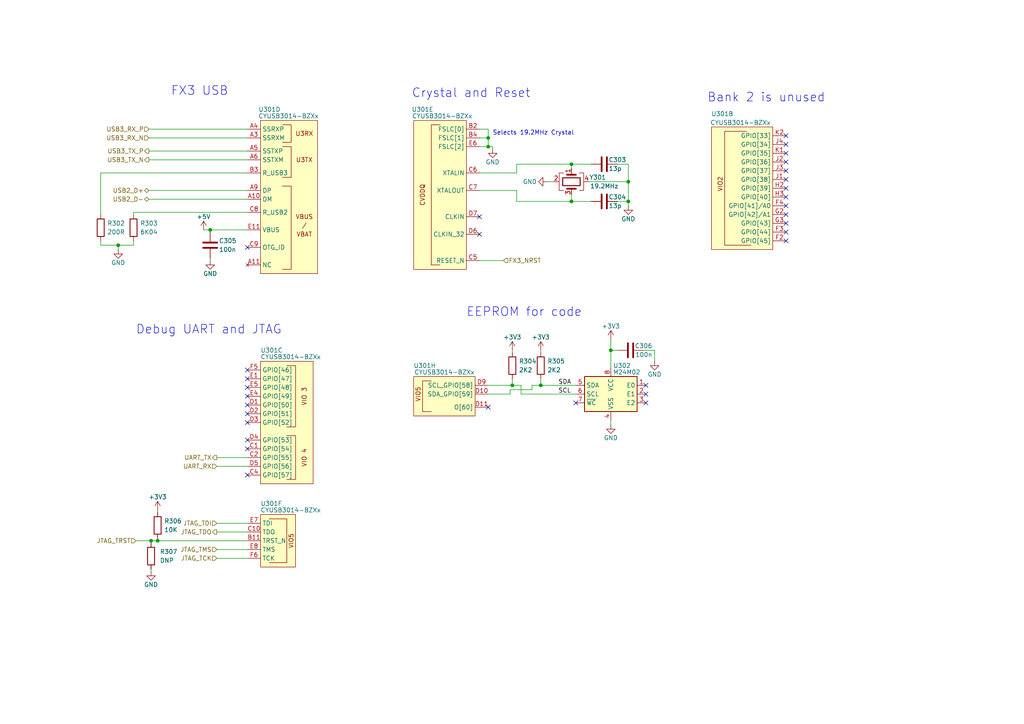
<source format=kicad_sch>
(kicad_sch (version 20211123) (generator eeschema)
  (paper "A4")
  (title_block (title "Voyager Logic") (date "2022-11-26") (rev "0.1") (company "Josh Johnson"))
  (lib_symbols
    (symbol "Device:C" (pin_numbers hide) (pin_names (offset 0.254))
      (property "Reference" "C" (at 0.635 2.54 0))
      (property "Value" "C" (at 0.635 -2.54 0))
      (symbol "C_0_1"
        (polyline (pts (xy -2.032 -0.762) (xy 2.032 -0.762)) (stroke (width 0.508)))
        (polyline (pts (xy -2.032 0.762) (xy 2.032 0.762)) (stroke (width 0.508)))
      )
      (symbol "C_1_1"
        (pin passive line (at 0 3.81 270) (length 2.794) (name "~") (number "1"))
        (pin passive line (at 0 -3.81 90) (length 2.794) (name "~") (number "2"))
      )
    )
    (symbol "Device:Crystal_GND24" (pin_names (offset 1.016) hide)
      (property "Reference" "Y" (at 3.175 5.08 0))
      (property "Value" "Crystal_GND24" (at 3.175 3.175 0))
      (symbol "Crystal_GND24_0_1"
        (rectangle (start -1.143 2.54) (end 1.143 -2.54) (stroke (width 0.3048)))
        (polyline (pts (xy -2.54 0) (xy -2.032 0)))
        (polyline (pts (xy -2.032 -1.27) (xy -2.032 1.27)) (stroke (width 0.508)))
        (polyline (pts (xy 0 -3.81) (xy 0 -3.556)))
        (polyline (pts (xy 0 3.556) (xy 0 3.81)))
        (polyline (pts (xy 2.032 -1.27) (xy 2.032 1.27)) (stroke (width 0.508)))
        (polyline (pts (xy 2.032 0) (xy 2.54 0)))
        (polyline (pts (xy -2.54 -2.286) (xy -2.54 -3.556) (xy 2.54 -3.556) (xy 2.54 -2.286)))
        (polyline (pts (xy -2.54 2.286) (xy -2.54 3.556) (xy 2.54 3.556) (xy 2.54 2.286)))
      )
      (symbol "Crystal_GND24_1_1"
        (pin passive line (at -3.81 0 0) (length 1.27) (name "1") (number "1"))
        (pin passive line (at 0 5.08 270) (length 1.27) (name "2") (number "2"))
        (pin passive line (at 3.81 0 180) (length 1.27) (name "3") (number "3"))
        (pin passive line (at 0 -5.08 90) (length 1.27) (name "4") (number "4"))
      )
    )
    (symbol "Device:R" (pin_numbers hide) (pin_names (offset 0))
      (property "Reference" "R" (at 2.032 0 90))
      (property "Value" "R" (at 0 0 90))
      (symbol "R_0_1"
        (rectangle (start -1.016 -2.54) (end 1.016 2.54) (stroke (width 0.254)))
      )
      (symbol "R_1_1"
        (pin passive line (at 0 3.81 270) (length 1.27) (name "~") (number "1"))
        (pin passive line (at 0 -3.81 90) (length 1.27) (name "~") (number "2"))
      )
    )
    (symbol "Memory_EEPROM:M24C02-RMN"
      (property "Reference" "U" (at -6.35 6.35 0))
      (property "Value" "M24C02-RMN" (at 7.62 6.35 0))
      (symbol "M24C02-RMN_0_1"
        (rectangle (start -7.62 5.08) (end 7.62 -5.08) (stroke (width 0.254)) (fill (type background)))
      )
      (symbol "M24C02-RMN_1_1"
        (pin input line (at -10.16 2.54 0) (length 2.54) (name "E0") (number "1"))
        (pin input line (at -10.16 0 0) (length 2.54) (name "E1") (number "2"))
        (pin input line (at -10.16 -2.54 0) (length 2.54) (name "E2") (number "3"))
        (pin power_in line (at 0 -7.62 90) (length 2.54) (name "VSS") (number "4"))
        (pin bidirectional line (at 10.16 2.54 180) (length 2.54) (name "SDA") (number "5"))
        (pin input line (at 10.16 0 180) (length 2.54) (name "SCL") (number "6"))
        (pin input line (at 10.16 -2.54 180) (length 2.54) (name "~{WC}") (number "7"))
        (pin power_in line (at 0 7.62 270) (length 2.54) (name "VCC") (number "8"))
      )
    )
    (symbol "josh-ic:CYUSB3014-BZXx"
      (property "Reference" "U" (at -5.08 30.48 0))
      (property "Value" "CYUSB3014-BZXx" (at -5.08 27.94 0))
      (symbol "CYUSB3014-BZXx_1_0"
        (polyline (pts (xy 3.81 25.4) (xy -1.27 25.4) (xy -1.27 -13.97) (xy -1.27 -62.23) (xy 3.81 -62.23)))
      )
      (symbol "CYUSB3014-BZXx_1_1"
        (rectangle (start 10.16 26.67) (end -5.08 -63.5) (fill (type background)))
        (text "VIO1" (at -2.54 -16.51 900) (effects (font (size 1.27 1.27))))
        (pin bidirectional line (at 13.97 24.13 180) (length 3.81) (name "GPIO[0]") (number "F10"))
        (pin bidirectional line (at 13.97 19.05 180) (length 3.81) (name "GPIO[2]") (number "F7"))
        (pin bidirectional line (at 13.97 11.43 180) (length 3.81) (name "GPIO[5]") (number "F8"))
        (pin bidirectional line (at 13.97 21.59 180) (length 3.81) (name "GPIO[1]") (number "F9"))
        (pin bidirectional line (at 13.97 16.51 180) (length 3.81) (name "GPIO[3]") (number "G10"))
        (pin bidirectional line (at 13.97 -52.07 180) (length 3.81) (name "GPIO[30]") (number "G4"))
        (pin bidirectional line (at 13.97 -39.37 180) (length 3.81) (name "GPIO[25]") (number "G5"))
        (pin bidirectional line (at 13.97 -31.75 180) (length 3.81) (name "GPIO[22]") (number "G6"))
        (pin bidirectional line (at 13.97 -29.21 180) (length 3.81) (name "GPIO[21]") (number "G7"))
        (pin bidirectional line (at 13.97 -13.97 180) (length 3.81) (name "GPIO[15]") (number "G8"))
        (pin bidirectional line (at 13.97 13.97 180) (length 3.81) (name "GPIO[4]") (number "G9"))
        (pin bidirectional line (at 13.97 8.89 180) (length 3.81) (name "GPIO[6]") (number "H10"))
        (pin bidirectional line (at 13.97 -54.61 180) (length 3.81) (name "GPIO[31]") (number "H4"))
        (pin bidirectional line (at 13.97 -49.53 180) (length 3.81) (name "GPIO[29]") (number "H5"))
        (pin bidirectional line (at 13.97 -41.91 180) (length 3.81) (name "GPIO[26]") (number "H6"))
        (pin bidirectional line (at 13.97 -26.67 180) (length 3.81) (name "GPIO[20]") (number "H7"))
        (pin bidirectional line (at 13.97 -36.83 180) (length 3.81) (name "GPIO[24]") (number "H8"))
        (pin bidirectional line (at 13.97 6.35 180) (length 3.81) (name "GPIO[7]") (number "H9"))
        (pin bidirectional line (at 13.97 3.81 180) (length 3.81) (name "GPIO[8]") (number "J10"))
        (pin bidirectional line (at 13.97 -46.99 180) (length 3.81) (name "GPIO[28]") (number "J5"))
        (pin bidirectional line (at 13.97 -16.51 180) (length 3.81) (name "GPIO[16]") (number "J6"))
        (pin bidirectional line (at 13.97 -24.13 180) (length 3.81) (name "GPIO[19]") (number "J7"))
        (pin bidirectional line (at 13.97 -11.43 180) (length 3.81) (name "GPIO[14]") (number "J8"))
        (pin bidirectional line (at 13.97 1.27 180) (length 3.81) (name "GPIO[9]") (number "J9"))
        (pin bidirectional line (at 13.97 -6.35 180) (length 3.81) (name "GPIO[12]") (number "K10"))
        (pin bidirectional line (at 13.97 -1.27 180) (length 3.81) (name "GPIO[10]") (number "K11"))
        (pin bidirectional line (at 13.97 -44.45 180) (length 3.81) (name "GPIO[27]") (number "K5"))
        (pin bidirectional line (at 13.97 -34.29 180) (length 3.81) (name "GPIO[23]") (number "K6"))
        (pin bidirectional line (at 13.97 -21.59 180) (length 3.81) (name "GPIO[18]") (number "K7"))
        (pin bidirectional line (at 13.97 -19.05 180) (length 3.81) (name "GPIO[17]") (number "K8"))
        (pin bidirectional line (at 13.97 -8.89 180) (length 3.81) (name "GPIO[13]") (number "K9"))
        (pin bidirectional line (at 13.97 -3.81 180) (length 3.81) (name "GPIO[11]") (number "L10"))
        (pin bidirectional line (at 13.97 -57.15 180) (length 3.81) (name "GPIO[32]") (number "L4"))
        (pin bidirectional line (at 13.97 -60.96 180) (length 3.81) (name "INT_N") (number "L8"))
      )
      (symbol "CYUSB3014-BZXx_2_1"
        (polyline (pts (xy 5.08 25.4) (xy -1.27 25.4) (xy -1.27 -7.62) (xy 6.35 -7.62)))
        (rectangle (start 12.7 26.67) (end -5.08 -8.89) (fill (type background)))
        (text "VIO2" (at -2.54 10.16 900) (effects (font (size 1.27 1.27))))
        (pin bidirectional line (at 16.51 -6.35 180) (length 3.81) (name "GPIO[45]") (number "F2"))
        (pin bidirectional line (at 16.51 -3.81 180) (length 3.81) (name "GPIO[44]") (number "F3"))
        (pin bidirectional line (at 16.51 3.81 180) (length 3.81) (name "GPIO[41]/A0") (number "F4"))
        (pin bidirectional line (at 16.51 1.27 180) (length 3.81) (name "GPIO[42]/A1") (number "G2"))
        (pin bidirectional line (at 16.51 -1.27 180) (length 3.81) (name "GPIO[43]") (number "G3"))
        (pin bidirectional line (at 16.51 8.89 180) (length 3.81) (name "GPIO[39]") (number "H2"))
        (pin bidirectional line (at 16.51 6.35 180) (length 3.81) (name "GPIO[40]") (number "H3"))
        (pin bidirectional line (at 16.51 11.43 180) (length 3.81) (name "GPIO[38]") (number "J1"))
        (pin bidirectional line (at 16.51 16.51 180) (length 3.81) (name "GPIO[36]") (number "J2"))
        (pin bidirectional line (at 16.51 13.97 180) (length 3.81) (name "GPIO[37]") (number "J3"))
        (pin bidirectional line (at 16.51 21.59 180) (length 3.81) (name "GPIO[34]") (number "J4"))
        (pin bidirectional line (at 16.51 19.05 180) (length 3.81) (name "GPIO[35]") (number "K1"))
        (pin bidirectional line (at 16.51 24.13 180) (length 3.81) (name "GPIO[33]") (number "K2"))
      )
      (symbol "CYUSB3014-BZXx_3_0"
        (polyline (pts (xy 2.54 5.08) (xy 0 5.08) (xy 0 -7.62) (xy 2.54 -7.62)))
        (polyline (pts (xy 2.54 25.4) (xy 0 25.4) (xy 0 7.62) (xy 2.54 7.62)))
      )
      (symbol "CYUSB3014-BZXx_3_1"
        (rectangle (start -5.08 26.67) (end 10.16 -8.89) (fill (type background)))
        (text "VIO 3" (at -2.54 16.51 900) (effects (font (size 1.27 1.27))))
        (text "VIO 4" (at -2.54 -1.27 900) (effects (font (size 1.27 1.27))))
        (pin bidirectional line (at 13.97 1.27 180) (length 3.81) (name "GPIO[54]") (number "C1"))
        (pin bidirectional line (at 13.97 -1.27 180) (length 3.81) (name "GPIO[55]") (number "C2"))
        (pin bidirectional line (at 13.97 -6.35 180) (length 3.81) (name "GPIO[57]") (number "C4"))
        (pin bidirectional line (at 13.97 13.97 180) (length 3.81) (name "GPIO[50]") (number "D1"))
        (pin bidirectional line (at 13.97 11.43 180) (length 3.81) (name "GPIO[51]") (number "D2"))
        (pin bidirectional line (at 13.97 8.89 180) (length 3.81) (name "GPIO[52]") (number "D3"))
        (pin bidirectional line (at 13.97 3.81 180) (length 3.81) (name "GPIO[53]") (number "D4"))
        (pin bidirectional line (at 13.97 -3.81 180) (length 3.81) (name "GPIO[56]") (number "D5"))
        (pin bidirectional line (at 13.97 21.59 180) (length 3.81) (name "GPIO[47]") (number "E1"))
        (pin bidirectional line (at 13.97 16.51 180) (length 3.81) (name "GPIO[49]") (number "E4"))
        (pin bidirectional line (at 13.97 19.05 180) (length 3.81) (name "GPIO[48]") (number "E5"))
        (pin bidirectional line (at 13.97 24.13 180) (length 3.81) (name "GPIO[46]") (number "F5"))
      )
      (symbol "CYUSB3014-BZXx_4_0"
        (polyline (pts (xy 5.08 7.62) (xy 2.54 7.62) (xy 2.54 -16.51) (xy 5.08 -16.51)))
        (polyline (pts (xy 5.08 19.05) (xy 2.54 19.05) (xy 2.54 10.16) (xy 5.08 10.16)))
        (polyline (pts (xy 5.08 20.32) (xy 2.54 20.32) (xy 2.54 25.4) (xy 5.08 25.4)))
        (text "/" (at -1.27 -3.81 0) (effects (font (size 1.27 1.27))))
        (text "U3RX" (at -1.27 22.86 0) (effects (font (size 1.27 1.27))))
        (text "U3TX" (at -1.27 15.24 0) (effects (font (size 1.27 1.27))))
        (text "VBAT" (at -1.27 -6.35 0) (effects (font (size 1.27 1.27))))
        (text "VBUS" (at -1.27 -1.27 0) (effects (font (size 1.27 1.27))))
      )
      (symbol "CYUSB3014-BZXx_4_1"
        (rectangle (start -5.08 26.67) (end 11.43 -17.78) (fill (type background)))
        (pin bidirectional line (at 15.24 3.81 180) (length 3.81) (name "DM") (number "A10"))
        (pin no_connect line (at 15.24 -15.24 180) (length 3.81) (name "NC") (number "A11"))
        (pin input line (at 15.24 21.59 180) (length 3.81) (name "SSRXM") (number "A3"))
        (pin input line (at 15.24 24.13 180) (length 3.81) (name "SSRXP") (number "A4"))
        (pin output line (at 15.24 17.78 180) (length 3.81) (name "SSTXP") (number "A5"))
        (pin output line (at 15.24 15.24 180) (length 3.81) (name "SSTXM") (number "A6"))
        (pin bidirectional line (at 15.24 6.35 180) (length 3.81) (name "DP") (number "A9"))
        (pin bidirectional line (at 15.24 11.43 180) (length 3.81) (name "R_USB3") (number "B3"))
        (pin bidirectional line (at 15.24 0 180) (length 3.81) (name "R_USB2") (number "C8"))
        (pin input line (at 15.24 -10.16 180) (length 3.81) (name "OTG_ID") (number "C9"))
        (pin power_in line (at 15.24 -5.08 180) (length 3.81) (name "VBUS") (number "E11"))
      )
      (symbol "CYUSB3014-BZXx_5_0"
        (polyline (pts (xy 2.54 25.4) (xy 0 25.4) (xy 0 -15.24) (xy 2.54 -15.24)))
        (text "CVDDQ" (at -2.54 5.08 900) (effects (font (size 1.27 1.27))))
      )
      (symbol "CYUSB3014-BZXx_5_1"
        (rectangle (start -5.08 26.67) (end 10.16 -16.51) (fill (type background)))
        (pin input line (at 13.97 24.13 180) (length 3.81) (name "FSLC[0]") (number "B2"))
        (pin input line (at 13.97 21.59 180) (length 3.81) (name "FSLC[1]") (number "B4"))
        (pin input line (at 13.97 -13.97 180) (length 3.81) (name "RESET_N") (number "C5"))
        (pin bidirectional line (at 13.97 11.43 180) (length 3.81) (name "XTALIN") (number "C6"))
        (pin bidirectional line (at 13.97 6.35 180) (length 3.81) (name "XTALOUT") (number "C7"))
        (pin input line (at 13.97 -6.35 180) (length 3.81) (name "CLKIN_32") (number "D6"))
        (pin input line (at 13.97 -1.27 180) (length 3.81) (name "CLKIN") (number "D7"))
        (pin input line (at 13.97 19.05 180) (length 3.81) (name "FSLC[2]") (number "E6"))
      )
      (symbol "CYUSB3014-BZXx_6_0"
        (polyline (pts (xy 2.54 25.4) (xy -2.54 25.4) (xy -2.54 12.7) (xy 2.54 12.7)))
        (rectangle (start 5.08 26.67) (end -5.08 11.43) (fill (type background)))
        (text "VIO5" (at -3.81 19.05 900) (effects (font (size 1.27 1.27))))
      )
      (symbol "CYUSB3014-BZXx_6_1"
        (pin input line (at 8.89 19.05 180) (length 3.81) (name "TRST_N") (number "B11"))
        (pin output line (at 8.89 21.59 180) (length 3.81) (name "TDO") (number "C10"))
        (pin input line (at 8.89 24.13 180) (length 3.81) (name "TDI") (number "E7"))
        (pin input line (at 8.89 16.51 180) (length 3.81) (name "TMS") (number "E8"))
        (pin input line (at 8.89 13.97 180) (length 3.81) (name "TCK") (number "F6"))
      )
      (symbol "CYUSB3014-BZXx_7_1"
        (rectangle (start -5.08 26.67) (end 17.78 -76.2) (fill (type background)))
        (pin power_in line (at 21.59 -68.58 180) (length 3.81) (name "U3VSSQ") (number "A1"))
        (pin power_in line (at -8.89 -20.32 0) (length 3.81) (name "U3RXVDDQ") (number "A2"))
        (pin power_in line (at -8.89 -7.62 0) (length 3.81) (name "AVDD") (number "A7"))
        (pin power_in line (at -8.89 -73.66 0) (length 3.81) (name "VSS") (number "A8"))
        (pin power_in line (at 21.59 -21.59 180) (length 3.81) (name "VIO4") (number "B1"))
        (pin power_in line (at -8.89 6.35 0) (length 3.81) (name "VDD") (number "B10"))
        (pin power_in line (at -8.89 -33.02 0) (length 3.81) (name "U3TXVDDQ") (number "B5"))
        (pin power_in line (at 21.59 -46.99 180) (length 3.81) (name "CVDDQ") (number "B6"))
        (pin power_in line (at 21.59 -66.04 180) (length 3.81) (name "AVSS") (number "B7"))
        (pin power_in line (at 21.59 -73.66 180) (length 3.81) (name "VSS") (number "B8"))
        (pin power_in line (at 21.59 -71.12 180) (length 3.81) (name "VSS") (number "B9"))
        (pin power_in line (at 21.59 -34.29 180) (length 3.81) (name "VIO5") (number "C11"))
        (pin power_in line (at -8.89 21.59 0) (length 3.81) (name "VDD") (number "C3"))
        (pin power_in line (at -8.89 -55.88 0) (length 3.81) (name "VSS") (number "D8"))
        (pin power_in line (at 21.59 24.13 180) (length 3.81) (name "VBATT") (number "E10"))
        (pin power_in line (at -8.89 -50.8 0) (length 3.81) (name "VSS") (number "E2"))
        (pin power_in line (at 21.59 -8.89 180) (length 3.81) (name "VIO3") (number "E3"))
        (pin power_in line (at -8.89 16.51 0) (length 3.81) (name "VDD") (number "E9"))
        (pin power_in line (at 21.59 3.81 180) (length 3.81) (name "VIO2") (number "F1"))
        (pin power_in line (at -8.89 13.97 0) (length 3.81) (name "VDD") (number "F11"))
        (pin power_in line (at -8.89 -45.72 0) (length 3.81) (name "VSS") (number "G1"))
        (pin power_in line (at -8.89 -58.42 0) (length 3.81) (name "VSS") (number "G11"))
        (pin power_in line (at -8.89 24.13 0) (length 3.81) (name "VDD") (number "H1"))
        (pin power_in line (at 21.59 16.51 180) (length 3.81) (name "VIO1") (number "H11"))
        (pin power_in line (at -8.89 8.89 0) (length 3.81) (name "VDD") (number "J11"))
        (pin power_in line (at -8.89 -68.58 0) (length 3.81) (name "VSS") (number "K3"))
        (pin power_in line (at -8.89 -63.5 0) (length 3.81) (name "VSS") (number "K4"))
        (pin power_in line (at -8.89 -48.26 0) (length 3.81) (name "VSS") (number "L1"))
        (pin power_in line (at -8.89 -60.96 0) (length 3.81) (name "VSS") (number "L11"))
        (pin power_in line (at -8.89 -71.12 0) (length 3.81) (name "VSS") (number "L2"))
        (pin power_in line (at -8.89 -66.04 0) (length 3.81) (name "VSS") (number "L3"))
        (pin power_in line (at -8.89 11.43 0) (length 3.81) (name "VDD") (number "L5"))
        (pin power_in line (at -8.89 -53.34 0) (length 3.81) (name "VSS") (number "L6"))
        (pin power_in line (at -8.89 19.05 0) (length 3.81) (name "VDD") (number "L7"))
        (pin power_in line (at 21.59 19.05 180) (length 3.81) (name "VIO1") (number "L9"))
      )
      (symbol "CYUSB3014-BZXx_8_1"
        (rectangle (start -5.08 26.67) (end 12.7 15.24) (fill (type background)))
        (polyline (pts (xy 0 25.4) (xy -2.54 25.4) (xy -2.54 16.51) (xy 0 16.51)))
        (text "VIO5" (at -3.81 21.59 900) (effects (font (size 1.27 1.27))))
        (pin bidirectional line (at 16.51 21.59 180) (length 3.81) (name "SDA_GPIO[59]") (number "D10"))
        (pin bidirectional line (at 16.51 17.78 180) (length 3.81) (name "O[60]") (number "D11"))
        (pin bidirectional line (at 16.51 24.13 180) (length 3.81) (name "SCL_GPIO[58]") (number "D9"))
      )
    )
    (symbol "power:+3V3" (power) (pin_names (offset 0))
      (property "Value" "+3V3" (at 0 3.556 0))
      (symbol "+3V3_0_1"
        (polyline (pts (xy -0.762 1.27) (xy 0 2.54)))
        (polyline (pts (xy 0 0) (xy 0 2.54)))
        (polyline (pts (xy 0 2.54) (xy 0.762 1.27)))
      )
      (symbol "+3V3_1_1"
        (pin power_in line (at 0 0 90) (length 0) hide (name "+3V3") (number "1"))
      )
    )
    (symbol "power:+5V" (power) (pin_names (offset 0))
      (property "Value" "+5V" (at 0 3.556 0))
      (symbol "+5V_0_1"
        (polyline (pts (xy -0.762 1.27) (xy 0 2.54)))
        (polyline (pts (xy 0 0) (xy 0 2.54)))
        (polyline (pts (xy 0 2.54) (xy 0.762 1.27)))
      )
      (symbol "+5V_1_1"
        (pin power_in line (at 0 0 90) (length 0) hide (name "+5V") (number "1"))
      )
    )
    (symbol "power:GND" (power) (pin_names (offset 0))
      (property "Value" "GND" (at 0 -3.81 0))
      (symbol "GND_0_1"
        (polyline (pts (xy 0 0) (xy 0 -1.27) (xy 1.27 -1.27) (xy 0 -2.54) (xy -1.27 -1.27) (xy 0 -1.27)))
      )
      (symbol "GND_1_1"
        (pin power_in line (at 0 0 270) (length 0) hide (name "GND") (number "1"))
      )
    )
  )
  (junction (at 165.735 58.42))
  (junction (at 156.845 111.76))
  (junction (at 45.72 156.845))
  (junction (at 182.245 52.705))
  (junction (at 165.735 47.625))
  (junction (at 177.165 101.6))
  (junction (at 43.815 156.845))
  (junction (at 34.29 71.12))
  (junction (at 60.96 66.675))
  (junction (at 141.605 40.005))
  (junction (at 141.605 42.545))
  (junction (at 148.59 111.76))
  (junction (at 182.245 58.42))
  (no_connect (at 139.065 67.945))
  (no_connect (at 227.965 39.37))
  (no_connect (at 141.605 118.11))
  (no_connect (at 71.755 122.555))
  (no_connect (at 187.325 114.3))
  (no_connect (at 227.965 64.77))
  (no_connect (at 227.965 67.31))
  (no_connect (at 227.965 62.23))
  (no_connect (at 71.755 107.315))
  (no_connect (at 71.755 114.935))
  (no_connect (at 187.325 111.76))
  (no_connect (at 71.755 120.015))
  (no_connect (at 71.755 127.635))
  (no_connect (at 139.065 62.865))
  (no_connect (at 227.965 49.53))
  (no_connect (at 227.965 44.45))
  (no_connect (at 167.005 116.84))
  (no_connect (at 227.965 54.61))
  (no_connect (at 227.965 46.99))
  (no_connect (at 187.325 116.84))
  (no_connect (at 227.965 59.69))
  (no_connect (at 227.965 41.91))
  (no_connect (at 227.965 69.85))
  (no_connect (at 71.755 109.855))
  (no_connect (at 71.755 117.475))
  (no_connect (at 71.755 130.175))
  (no_connect (at 71.755 71.755))
  (no_connect (at 71.755 137.795))
  (no_connect (at 227.965 57.15))
  (no_connect (at 227.965 52.07))
  (no_connect (at 71.755 112.395))
  (wire (pts (xy 45.72 156.845) (xy 71.755 156.845)))
  (wire (pts (xy 139.065 42.545) (xy 141.605 42.545)))
  (wire (pts (xy 141.605 40.005) (xy 141.605 37.465)))
  (wire (pts (xy 141.605 42.545) (xy 141.605 40.005)))
  (wire (pts (xy 34.29 71.12) (xy 29.21 71.12)))
  (wire (pts (xy 156.845 111.76) (xy 167.005 111.76)))
  (wire (pts (xy 43.18 37.465) (xy 71.755 37.465)))
  (wire (pts (xy 189.865 101.6) (xy 186.69 101.6)))
  (wire (pts (xy 171.45 58.42) (xy 165.735 58.42)))
  (wire (pts (xy 38.735 61.595) (xy 71.755 61.595)))
  (wire (pts (xy 141.605 111.76) (xy 148.59 111.76)))
  (wire (pts (xy 62.865 154.305) (xy 71.755 154.305)))
  (wire (pts (xy 148.59 111.76) (xy 151.13 111.76)))
  (wire (pts (xy 179.07 101.6) (xy 177.165 101.6)))
  (wire (pts (xy 139.065 75.565) (xy 146.05 75.565)))
  (wire (pts (xy 148.59 109.855) (xy 148.59 111.76)))
  (wire (pts (xy 38.735 71.12) (xy 34.29 71.12)))
  (wire (pts (xy 142.875 43.18) (xy 142.875 42.545)))
  (wire (pts (xy 148.59 101.6) (xy 148.59 102.235)))
  (wire (pts (xy 147.955 113.03) (xy 154.305 113.03)))
  (wire (pts (xy 29.21 50.165) (xy 29.21 62.23)))
  (wire (pts (xy 139.065 40.005) (xy 141.605 40.005)))
  (wire (pts (xy 170.815 52.705) (xy 182.245 52.705)))
  (wire (pts (xy 158.75 52.705) (xy 160.655 52.705)))
  (wire (pts (xy 43.18 55.245) (xy 71.755 55.245)))
  (wire (pts (xy 151.13 111.76) (xy 151.13 114.3)))
  (wire (pts (xy 43.18 46.355) (xy 71.755 46.355)))
  (wire (pts (xy 147.955 114.3) (xy 147.955 113.03)))
  (wire (pts (xy 165.735 58.42) (xy 149.86 58.42)))
  (wire (pts (xy 154.305 111.76) (xy 156.845 111.76)))
  (wire (pts (xy 43.18 57.785) (xy 71.755 57.785)))
  (wire (pts (xy 43.18 43.815) (xy 71.755 43.815)))
  (wire (pts (xy 38.735 69.85) (xy 38.735 71.12)))
  (wire (pts (xy 45.72 156.21) (xy 45.72 156.845)))
  (wire (pts (xy 156.845 109.855) (xy 156.845 111.76)))
  (wire (pts (xy 149.86 58.42) (xy 149.86 55.245)))
  (wire (pts (xy 60.96 66.675) (xy 71.755 66.675)))
  (wire (pts (xy 177.165 101.6) (xy 177.165 98.425)))
  (wire (pts (xy 43.815 156.845) (xy 43.815 157.48)))
  (wire (pts (xy 189.865 101.6) (xy 189.865 104.775)))
  (wire (pts (xy 43.815 156.845) (xy 45.72 156.845)))
  (wire (pts (xy 151.13 114.3) (xy 167.005 114.3)))
  (wire (pts (xy 182.245 58.42) (xy 182.245 59.69)))
  (wire (pts (xy 62.865 159.385) (xy 71.755 159.385)))
  (wire (pts (xy 141.605 37.465) (xy 139.065 37.465)))
  (wire (pts (xy 43.18 40.005) (xy 71.755 40.005)))
  (wire (pts (xy 149.86 50.165) (xy 149.86 47.625)))
  (wire (pts (xy 154.305 113.03) (xy 154.305 111.76)))
  (wire (pts (xy 38.735 61.595) (xy 38.735 62.23)))
  (wire (pts (xy 177.165 121.92) (xy 177.165 123.19)))
  (wire (pts (xy 149.86 55.245) (xy 139.065 55.245)))
  (wire (pts (xy 182.245 52.705) (xy 182.245 58.42)))
  (wire (pts (xy 177.165 101.6) (xy 177.165 106.68)))
  (wire (pts (xy 45.72 147.955) (xy 45.72 148.59)))
  (wire (pts (xy 179.07 47.625) (xy 182.245 47.625)))
  (wire (pts (xy 149.86 47.625) (xy 165.735 47.625)))
  (wire (pts (xy 165.735 48.895) (xy 165.735 47.625)))
  (wire (pts (xy 34.29 71.12) (xy 34.29 72.39)))
  (wire (pts (xy 141.605 114.3) (xy 147.955 114.3)))
  (wire (pts (xy 43.815 165.1) (xy 43.815 165.735)))
  (wire (pts (xy 139.065 50.165) (xy 149.86 50.165)))
  (wire (pts (xy 182.245 47.625) (xy 182.245 52.705)))
  (wire (pts (xy 60.96 66.675) (xy 60.96 67.31)))
  (wire (pts (xy 156.845 101.6) (xy 156.845 102.235)))
  (wire (pts (xy 59.055 66.675) (xy 60.96 66.675)))
  (wire (pts (xy 165.735 58.42) (xy 165.735 56.515)))
  (wire (pts (xy 29.21 50.165) (xy 71.755 50.165)))
  (wire (pts (xy 62.865 135.255) (xy 71.755 135.255)))
  (wire (pts (xy 165.735 47.625) (xy 171.45 47.625)))
  (wire (pts (xy 62.865 151.765) (xy 71.755 151.765)))
  (wire (pts (xy 29.21 71.12) (xy 29.21 69.85)))
  (wire (pts (xy 182.245 58.42) (xy 179.07 58.42)))
  (wire (pts (xy 142.875 42.545) (xy 141.605 42.545)))
  (wire (pts (xy 39.37 156.845) (xy 43.815 156.845)))
  (wire (pts (xy 62.865 132.715) (xy 71.755 132.715)))
  (wire (pts (xy 62.865 161.925) (xy 71.755 161.925)))
  (wire (pts (xy 60.96 74.93) (xy 60.96 75.565)))
  (text "Crystal and Reset" (at 119.38 28.575 0) (effects (font (size 2.54 2.54)) (justify left bottom)))
  (text "Selects 19.2MHz Crystal" (at 142.875 39.37 0) (effects (font (size 1.27 1.27)) (justify left bottom)))
  (text "FX3 USB" (at 49.53 27.94 0) (effects (font (size 2.54 2.54)) (justify left bottom)))
  (text "Debug UART and JTAG" (at 39.37 97.155 0) (effects (font (size 2.54 2.54)) (justify left bottom)))
  (text "EEPROM for code" (at 135.255 92.075 0) (effects (font (size 2.54 2.54)) (justify left bottom)))
  (text "Bank 2 is unused" (at 205.105 29.845 0) (effects (font (size 2.54 2.54)) (justify left bottom)))
  (label "SCL" (at 161.925 114.3 0))
  (label "SDA" (at 161.925 111.76 0))
  (hierarchical_label "FX3_NRST" (shape input) (at 146.05 75.565 0))
  (hierarchical_label "USB2_D-" (shape bidirectional) (at 43.18 57.785 180))
  (hierarchical_label "USB3_RX_P" (shape input) (at 43.18 37.465 180))
  (hierarchical_label "JTAG_TDO" (shape output) (at 62.865 154.305 180))
  (hierarchical_label "USB3_RX_N" (shape input) (at 43.18 40.005 180))
  (hierarchical_label "USB3_TX_P" (shape output) (at 43.18 43.815 180))
  (hierarchical_label "JTAG_TRST" (shape input) (at 39.37 156.845 180))
  (hierarchical_label "JTAG_TDI" (shape input) (at 62.865 151.765 180))
  (hierarchical_label "UART_RX" (shape input) (at 62.865 135.255 180))
  (hierarchical_label "JTAG_TCK" (shape input) (at 62.865 161.925 180))
  (hierarchical_label "USB3_TX_N" (shape output) (at 43.18 46.355 180))
  (hierarchical_label "JTAG_TMS" (shape input) (at 62.865 159.385 180))
  (hierarchical_label "USB2_D+" (shape bidirectional) (at 43.18 55.245 180))
  (hierarchical_label "UART_TX" (shape output) (at 62.865 132.715 180))
  (symbol (lib_id "power:GND") (at 182.245 59.69 0) (unit 1)
    (property "Reference" "#PWR0303" (effects hide))
    (property "Value" "GND" (at 182.245 63.5 0))
  )
  (symbol (lib_id "power:GND") (at 189.865 104.775 0) (unit 1)
    (property "Reference" "#PWR0310" (effects hide))
    (property "Value" "GND" (at 189.865 108.585 0))
  )
  (symbol (lib_id "power:GND") (at 34.29 72.39 0) (unit 1)
    (property "Reference" "#PWR0305" (effects hide))
    (property "Value" "GND" (at 34.29 76.2 0))
  )
  (symbol (lib_id "power:+3V3") (at 45.72 147.955 0) (unit 1)
    (property "Reference" "#PWR0312" (effects hide))
    (property "Value" "+3V3" (at 45.72 144.145 0))
  )
  (symbol (lib_id "josh-ic:CYUSB3014-BZXx") (at 125.095 135.89 0) (unit 8)
    (property "Reference" "U301" (at 123.19 106.045 0))
    (property "Value" "CYUSB3014-BZXx" (at 128.905 107.95 0))
    (property "Footprint" "josh-bga:BGA-121_10x10mm_Layout11x11_P0.8mm" (effects hide))
    (property "LCSC" "C462526" (effects hide))
    (property "MPN" "CYUSB3014-BZXC" (effects hide))
    (property "Manufacturer" "Cypress / Infineon" (effects hide))
    (property "Digikey" "448-CYUSB3014-BZXC-ND" (effects hide))
  )
  (symbol (lib_id "power:GND") (at 158.75 52.705 270) (unit 1)
    (property "Reference" "#PWR0302" (effects hide))
    (property "Value" "GND" (at 153.67 52.705 90))
  )
  (symbol (lib_id "power:GND") (at 142.875 43.18 0) (unit 1)
    (property "Reference" "#PWR0301" (effects hide))
    (property "Value" "GND" (at 142.875 46.99 0))
  )
  (symbol (lib_id "power:+5V") (at 59.055 66.675 0) (unit 1)
    (property "Reference" "#PWR0304" (effects hide))
    (property "Value" "+5V" (at 59.055 62.865 0))
  )
  (symbol (lib_id "Device:C") (at 175.26 58.42 90) (unit 1)
    (property "Reference" "C304" (at 179.07 57.15 90))
    (property "Value" "13p" (at 178.435 59.69 90))
    (property "Footprint" "Capacitor_SMD:C_0402_1005Metric" (effects hide))
    (property "Digikey" "490-8079-1-ND" (effects hide))
    (property "LCSC" "C2167421" (effects hide))
    (property "MPN" "GJM1555C1H130GB01D" (effects hide))
    (property "Manufacturer" "Murata Electronics" (effects hide))
  )
  (symbol (lib_id "Device:R") (at 43.815 161.29 0) (unit 1)
    (property "Reference" "R307" (at 46.355 160.0199 0) (effects (justify left)))
    (property "Value" "DNP" (at 46.355 162.5599 0) (effects (justify left)))
    (property "Footprint" "Resistor_SMD:R_0402_1005Metric" (effects hide))
    (property "Manufacturer" "Yageo" (effects hide))
  )
  (symbol (lib_id "Device:R") (at 45.72 152.4 0) (unit 1)
    (property "Reference" "R306" (at 47.625 151.1299 0) (effects (justify left)))
    (property "Value" "10K" (at 47.625 153.6699 0) (effects (justify left)))
    (property "Footprint" "Resistor_SMD:R_0402_1005Metric" (effects hide))
    (property "LCSC" "C60490" (effects hide))
    (property "MPN" "RC0402FR-0710KL" (effects hide))
    (property "Manufacturer" "Yageo" (effects hide))
  )
  (symbol (lib_id "Device:C") (at 182.88 101.6 90) (unit 1)
    (property "Reference" "C306" (at 189.23 100.33 90) (effects (justify left)))
    (property "Value" "100n" (at 189.23 102.87 90) (effects (justify left)))
    (property "Footprint" "Capacitor_SMD:C_0402_1005Metric" (effects hide))
    (property "LCSC" "C307331" (effects hide))
    (property "MPN" "CL05B104KB54PNC" (effects hide))
    (property "Manufacturer" "Samsung Electro-Mechanics" (effects hide))
  )
  (symbol (lib_id "Device:C") (at 175.26 47.625 90) (unit 1)
    (property "Reference" "C303" (at 179.07 46.355 90))
    (property "Value" "13p" (at 178.435 48.895 90))
    (property "Footprint" "Capacitor_SMD:C_0402_1005Metric" (effects hide))
    (property "Digikey" "490-8079-1-ND" (effects hide))
    (property "LCSC" "C2167421" (effects hide))
    (property "MPN" "GJM1555C1H130GB01D" (effects hide))
    (property "Manufacturer" "Murata Electronics" (effects hide))
  )
  (symbol (lib_id "josh-ic:CYUSB3014-BZXx") (at 86.995 61.595 0) (mirror y) (unit 4)
    (property "Reference" "U301" (at 74.93 31.75 0) (effects (justify right)))
    (property "Value" "CYUSB3014-BZXx" (at 74.93 33.655 0) (effects (justify right)))
    (property "Footprint" "josh-bga:BGA-121_10x10mm_Layout11x11_P0.8mm" (effects hide))
    (property "LCSC" "C462526" (effects hide))
    (property "MPN" "CYUSB3014-BZXC" (effects hide))
    (property "Manufacturer" "Cypress / Infineon" (effects hide))
    (property "Digikey" "448-CYUSB3014-BZXC-ND" (effects hide))
  )
  (symbol (lib_id "josh-ic:CYUSB3014-BZXx") (at 80.645 175.895 0) (mirror y) (unit 6)
    (property "Reference" "U301" (at 75.565 146.05 0) (effects (justify right)))
    (property "Value" "CYUSB3014-BZXx" (at 75.565 147.955 0) (effects (justify right)))
    (property "Footprint" "josh-bga:BGA-121_10x10mm_Layout11x11_P0.8mm" (effects hide))
    (property "LCSC" "C462526" (effects hide))
    (property "MPN" "CYUSB3014-BZXC" (effects hide))
    (property "Manufacturer" "Cypress / Infineon" (effects hide))
    (property "Digikey" "448-CYUSB3014-BZXC-ND" (effects hide))
  )
  (symbol (lib_id "Device:Crystal_GND24") (at 165.735 52.705 90) (mirror x) (unit 1)
    (property "Reference" "Y301" (at 173.355 51.435 90))
    (property "Value" "19.2MHz" (at 175.26 53.975 90))
    (property "Footprint" "josh-oscillators:Crystal_SMD_2520-4Pin_2.5x2.0mm" (effects hide))
    (property "Digikey" "644-1162-2-ND" (effects hide))
    (property "MPN" "EXS00A-CS05400" (effects hide))
    (property "Manufacturer" "NDK" (effects hide))
  )
  (symbol (lib_id "Device:R") (at 148.59 106.045 0) (unit 1)
    (property "Reference" "R304" (at 150.495 104.7749 0) (effects (justify left)))
    (property "Value" "2K2" (at 150.495 107.3149 0) (effects (justify left)))
    (property "Footprint" "Resistor_SMD:R_0402_1005Metric" (effects hide))
    (property "LCSC" "C114762" (effects hide))
    (property "MPN" "RC0402FR-072K2L" (effects hide))
    (property "Manufacturer" "Yageo" (effects hide))
  )
  (symbol (lib_id "power:+3V3") (at 148.59 101.6 0) (unit 1)
    (property "Reference" "#PWR0308" (effects hide))
    (property "Value" "+3V3" (at 148.59 97.79 0))
  )
  (symbol (lib_id "josh-ic:CYUSB3014-BZXx") (at 85.725 131.445 0) (mirror y) (unit 3)
    (property "Reference" "U301" (at 75.565 101.6 0) (effects (justify right)))
    (property "Value" "CYUSB3014-BZXx" (at 75.565 103.505 0) (effects (justify right)))
    (property "Footprint" "josh-bga:BGA-121_10x10mm_Layout11x11_P0.8mm" (effects hide))
    (property "LCSC" "C462526" (effects hide))
    (property "MPN" "CYUSB3014-BZXC" (effects hide))
    (property "Manufacturer" "Cypress / Infineon" (effects hide))
    (property "Digikey" "448-CYUSB3014-BZXC-ND" (effects hide))
  )
  (symbol (lib_id "power:GND") (at 43.815 165.735 0) (unit 1)
    (property "Reference" "#PWR0313" (effects hide))
    (property "Value" "GND" (at 43.815 169.545 0))
  )
  (symbol (lib_id "Device:R") (at 38.735 66.04 0) (unit 1)
    (property "Reference" "R303" (at 40.64 64.7699 0) (effects (justify left)))
    (property "Value" "6K04" (at 40.64 67.3099 0) (effects (justify left)))
    (property "Footprint" "Resistor_SMD:R_0402_1005Metric" (effects hide))
    (property "LCSC" "C144739" (effects hide))
    (property "MPN" "AC0402FR-076K04L" (effects hide))
    (property "Manufacturer" "Yageo" (effects hide))
  )
  (symbol (lib_id "Memory_EEPROM:M24C02-RMN") (at 177.165 114.3 0) (mirror y) (unit 1)
    (property "Reference" "U302" (at 177.8 106.045 0) (effects (justify right)))
    (property "Value" "M24M02" (at 177.8 107.95 0) (effects (justify right)))
    (property "Footprint" "Package_SO:SOIC-8_3.9x4.9mm_P1.27mm" (effects hide))
    (property "Datasheet" "http://www.st.com/content/ccc/resource/technical/document/datasheet/b0/d8/50/40/5a/85/49/6f/DM00071904.pdf/files/DM00071904.pdf/jcr:content/translations/en.DM00071904.pdf" (effects hide))
    (property "LCSC" "C115042" (effects hide))
    (property "MPN" "M24M02-DRMN6TP" (effects hide))
    (property "Manufacturer" "STMicroelectronics" (effects hide))
  )
  (symbol (lib_id "Device:R") (at 156.845 106.045 0) (unit 1)
    (property "Reference" "R305" (at 158.75 104.7749 0) (effects (justify left)))
    (property "Value" "2K2" (at 158.75 107.3149 0) (effects (justify left)))
    (property "Footprint" "Resistor_SMD:R_0402_1005Metric" (effects hide))
    (property "LCSC" "C114762" (effects hide))
    (property "MPN" "RC0402FR-072K2L" (effects hide))
    (property "Manufacturer" "Yageo" (effects hide))
  )
  (symbol (lib_id "Device:R") (at 29.21 66.04 0) (unit 1)
    (property "Reference" "R302" (at 31.115 64.77 0) (effects (justify left)))
    (property "Value" "200R" (at 31.115 67.31 0) (effects (justify left)))
    (property "Footprint" "Resistor_SMD:R_0402_1005Metric" (effects hide))
    (property "LCSC" "C114764" (effects hide))
    (property "MPN" "RC0402FR-07200RL" (effects hide))
    (property "Manufacturer" "Yageo" (effects hide))
  )
  (symbol (lib_id "power:GND") (at 60.96 75.565 0) (unit 1)
    (property "Reference" "#PWR0306" (effects hide))
    (property "Value" "GND" (at 60.96 79.375 0))
  )
  (symbol (lib_id "josh-ic:CYUSB3014-BZXx") (at 125.095 61.595 0) (unit 5)
    (property "Reference" "U301" (at 122.555 31.75 0))
    (property "Value" "CYUSB3014-BZXx" (at 128.27 33.655 0))
    (property "Footprint" "josh-bga:BGA-121_10x10mm_Layout11x11_P0.8mm" (effects hide))
    (property "LCSC" "C462526" (effects hide))
    (property "MPN" "CYUSB3014-BZXC" (effects hide))
    (property "Manufacturer" "Cypress / Infineon" (effects hide))
    (property "Digikey" "448-CYUSB3014-BZXC-ND" (effects hide))
  )
  (symbol (lib_id "josh-ic:CYUSB3014-BZXx") (at 211.455 63.5 0) (unit 2)
    (property "Reference" "U301" (at 212.725 33.02 0) (effects (justify right)))
    (property "Value" "CYUSB3014-BZXx" (at 223.52 35.56 0) (effects (justify right)))
    (property "Footprint" "josh-bga:BGA-121_10x10mm_Layout11x11_P0.8mm" (effects hide))
    (property "LCSC" "C462526" (effects hide))
    (property "MPN" "CYUSB3014-BZXC" (effects hide))
    (property "Manufacturer" "Cypress / Infineon" (effects hide))
    (property "Digikey" "448-CYUSB3014-BZXC-ND" (effects hide))
  )
  (symbol (lib_id "power:+3V3") (at 156.845 101.6 0) (unit 1)
    (property "Reference" "#PWR0309" (effects hide))
    (property "Value" "+3V3" (at 156.845 97.79 0))
  )
  (symbol (lib_id "power:GND") (at 177.165 123.19 0) (unit 1)
    (property "Reference" "#PWR0311" (effects hide))
    (property "Value" "GND" (at 177.165 127 0))
  )
  (symbol (lib_id "power:+3V3") (at 177.165 98.425 0) (unit 1)
    (property "Reference" "#PWR0307" (effects hide))
    (property "Value" "+3V3" (at 177.165 94.615 0))
  )
  (symbol (lib_id "Device:C") (at 60.96 71.12 0) (unit 1)
    (property "Reference" "C305" (at 63.5 69.85 0) (effects (justify left)))
    (property "Value" "100n" (at 63.5 72.39 0) (effects (justify left)))
    (property "Footprint" "Capacitor_SMD:C_0402_1005Metric" (effects hide))
    (property "LCSC" "C307331" (effects hide))
    (property "MPN" "CL05B104KB54PNC" (effects hide))
    (property "Manufacturer" "Samsung Electro-Mechanics" (effects hide))
  )
)
</source>
